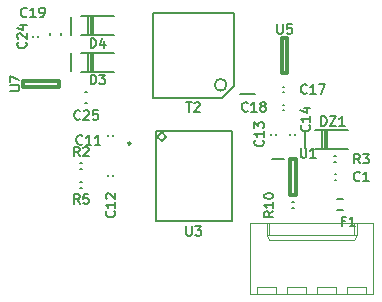
<source format=gbr>
G04 #@! TF.GenerationSoftware,KiCad,Pcbnew,(5.1.0-1152-gc9ccd8a64)*
G04 #@! TF.CreationDate,2019-07-22T10:50:57-04:00*
G04 #@! TF.ProjectId,current_sensor,63757272-656e-4745-9f73-656e736f722e,rev?*
G04 #@! TF.SameCoordinates,Original*
G04 #@! TF.FileFunction,Legend,Top*
G04 #@! TF.FilePolarity,Positive*
%FSLAX46Y46*%
G04 Gerber Fmt 4.6, Leading zero omitted, Abs format (unit mm)*
G04 Created by KiCad (PCBNEW (5.1.0-1152-gc9ccd8a64)) date 2019-07-22 10:50:57*
%MOMM*%
%LPD*%
G04 APERTURE LIST*
%ADD10C,0.120000*%
%ADD11C,0.150000*%
%ADD12C,0.350000*%
G04 APERTURE END LIST*
D10*
X172170000Y-96520000D02*
X172170000Y-90520000D01*
X172170000Y-90520000D02*
X161810000Y-90520000D01*
X161810000Y-90520000D02*
X161810000Y-96520000D01*
X161810000Y-96520000D02*
X172170000Y-96520000D01*
X170800000Y-90520000D02*
X170800000Y-91520000D01*
X170800000Y-91520000D02*
X163180000Y-91520000D01*
X163180000Y-91520000D02*
X163180000Y-90520000D01*
X170800000Y-91520000D02*
X170550000Y-91950000D01*
X170550000Y-91950000D02*
X163430000Y-91950000D01*
X163430000Y-91950000D02*
X163180000Y-91520000D01*
X170550000Y-90520000D02*
X170550000Y-91520000D01*
X163430000Y-90520000D02*
X163430000Y-91520000D01*
X171600000Y-96520000D02*
X171600000Y-95900000D01*
X171600000Y-95900000D02*
X170000000Y-95900000D01*
X170000000Y-95900000D02*
X170000000Y-96520000D01*
X169060000Y-96520000D02*
X169060000Y-95900000D01*
X169060000Y-95900000D02*
X167460000Y-95900000D01*
X167460000Y-95900000D02*
X167460000Y-96520000D01*
X166520000Y-96520000D02*
X166520000Y-95900000D01*
X166520000Y-95900000D02*
X164920000Y-95900000D01*
X164920000Y-95900000D02*
X164920000Y-96520000D01*
X163980000Y-96520000D02*
X163980000Y-95900000D01*
X163980000Y-95900000D02*
X162380000Y-95900000D01*
X162380000Y-95900000D02*
X162380000Y-96520000D01*
D11*
X147500000Y-76100000D02*
X150300000Y-76100000D01*
X148100000Y-76100000D02*
X148100000Y-77700000D01*
X148300000Y-77700000D02*
X148300000Y-76100000D01*
X148500000Y-76100000D02*
X148500000Y-77700000D01*
X150300000Y-77700000D02*
X147500000Y-77700000D01*
X146650000Y-76150000D02*
X146650000Y-77650000D01*
X165471000Y-88754000D02*
X165329000Y-88754000D01*
X165329000Y-88754000D02*
X165471000Y-88754000D01*
X165471000Y-89246000D02*
X165329000Y-89246000D01*
X165329000Y-89246000D02*
X165471000Y-89246000D01*
X169129000Y-89371000D02*
X169671000Y-89371000D01*
X169671000Y-89371000D02*
X169129000Y-89371000D01*
X169129000Y-88429000D02*
X169671000Y-88429000D01*
X169671000Y-88429000D02*
X169129000Y-88429000D01*
X166450000Y-82650000D02*
X166450000Y-84150000D01*
X170100000Y-84200000D02*
X167300000Y-84200000D01*
X168300000Y-82600000D02*
X168300000Y-84200000D01*
X168100000Y-84200000D02*
X168100000Y-82600000D01*
X167900000Y-82600000D02*
X167900000Y-84200000D01*
X167300000Y-82600000D02*
X170100000Y-82600000D01*
X169046000Y-86379000D02*
X168954000Y-86379000D01*
X168954000Y-86379000D02*
X169046000Y-86379000D01*
X169046000Y-86821000D02*
X168954000Y-86821000D01*
X168954000Y-86821000D02*
X169046000Y-86821000D01*
X164650000Y-85100000D02*
X163650000Y-85100000D01*
D12*
X165150000Y-85100000D02*
X165650000Y-85100000D01*
X165650000Y-85100000D02*
X165650000Y-88100000D01*
X165650000Y-88100000D02*
X165150000Y-88100000D01*
X165150000Y-88100000D02*
X165150000Y-85100000D01*
D11*
X159400000Y-79900000D02*
X153600000Y-79900000D01*
X153600000Y-79900000D02*
X153600000Y-72700000D01*
X153600000Y-72700000D02*
X160400000Y-72700000D01*
X160400000Y-72700000D02*
X160400000Y-78900000D01*
X160400000Y-78900000D02*
X159400000Y-79900000D01*
X162200000Y-79600000D02*
X160900000Y-79600000D01*
X160900000Y-79600000D02*
X160900000Y-79600000D01*
X159800000Y-78800000D02*
G75*
G03X159800000Y-78800000I-500000J0D01*
G01*
X163579000Y-82954000D02*
X163579000Y-83046000D01*
X163579000Y-83046000D02*
X163579000Y-82954000D01*
X164021000Y-82954000D02*
X164021000Y-83046000D01*
X164021000Y-83046000D02*
X164021000Y-82954000D01*
X150221000Y-83146000D02*
X150221000Y-83054000D01*
X150221000Y-83054000D02*
X150221000Y-83146000D01*
X149779000Y-83146000D02*
X149779000Y-83054000D01*
X149779000Y-83054000D02*
X149779000Y-83146000D01*
X150221000Y-86546000D02*
X150221000Y-86454000D01*
X150221000Y-86454000D02*
X150221000Y-86546000D01*
X149779000Y-86546000D02*
X149779000Y-86454000D01*
X149779000Y-86454000D02*
X149779000Y-86546000D01*
X143821000Y-74746000D02*
X143821000Y-74654000D01*
X143821000Y-74654000D02*
X143821000Y-74746000D01*
X143379000Y-74746000D02*
X143379000Y-74654000D01*
X143379000Y-74654000D02*
X143379000Y-74746000D01*
X164554000Y-80921000D02*
X164646000Y-80921000D01*
X164646000Y-80921000D02*
X164554000Y-80921000D01*
X164554000Y-80479000D02*
X164646000Y-80479000D01*
X164646000Y-80479000D02*
X164554000Y-80479000D01*
X164646000Y-78979000D02*
X164554000Y-78979000D01*
X164554000Y-78979000D02*
X164646000Y-78979000D01*
X164646000Y-79421000D02*
X164554000Y-79421000D01*
X164554000Y-79421000D02*
X164646000Y-79421000D01*
X165179000Y-82954000D02*
X165179000Y-83046000D01*
X165179000Y-83046000D02*
X165179000Y-82954000D01*
X165621000Y-82954000D02*
X165621000Y-83046000D01*
X165621000Y-83046000D02*
X165621000Y-82954000D01*
X144829000Y-74429000D02*
X144829000Y-74571000D01*
X144829000Y-74571000D02*
X144829000Y-74429000D01*
X145771000Y-74429000D02*
X145771000Y-74571000D01*
X145771000Y-74571000D02*
X145771000Y-74429000D01*
X147829000Y-80371000D02*
X147971000Y-80371000D01*
X147971000Y-80371000D02*
X147829000Y-80371000D01*
X147829000Y-79429000D02*
X147971000Y-79429000D01*
X147971000Y-79429000D02*
X147829000Y-79429000D01*
X168929000Y-85346000D02*
X169071000Y-85346000D01*
X169071000Y-85346000D02*
X168929000Y-85346000D01*
X168929000Y-84854000D02*
X169071000Y-84854000D01*
X169071000Y-84854000D02*
X168929000Y-84854000D01*
X147571000Y-87054000D02*
X147429000Y-87054000D01*
X147429000Y-87054000D02*
X147571000Y-87054000D01*
X147571000Y-87546000D02*
X147429000Y-87546000D01*
X147429000Y-87546000D02*
X147571000Y-87546000D01*
X147571000Y-85454000D02*
X147429000Y-85454000D01*
X147429000Y-85454000D02*
X147571000Y-85454000D01*
X147571000Y-85946000D02*
X147429000Y-85946000D01*
X147429000Y-85946000D02*
X147571000Y-85946000D01*
X160217000Y-82675000D02*
X153783000Y-82675000D01*
X153783000Y-82675000D02*
X153783000Y-90325000D01*
X153783000Y-90325000D02*
X160217000Y-90325000D01*
X160217000Y-90325000D02*
X160217000Y-82675000D01*
X151452000Y-83741000D02*
X151579000Y-83614000D01*
X151579000Y-83614000D02*
X151706000Y-83741000D01*
X151706000Y-83741000D02*
X151579000Y-83868000D01*
X151579000Y-83868000D02*
X151452000Y-83741000D01*
X153910000Y-83183000D02*
X154291000Y-82802000D01*
X154291000Y-82802000D02*
X154672000Y-83183000D01*
X154672000Y-83183000D02*
X154291000Y-83564000D01*
X154291000Y-83564000D02*
X153910000Y-83183000D01*
X146650000Y-73050000D02*
X146650000Y-74550000D01*
X150300000Y-74600000D02*
X147500000Y-74600000D01*
X148500000Y-73000000D02*
X148500000Y-74600000D01*
X148300000Y-74600000D02*
X148300000Y-73000000D01*
X148100000Y-73000000D02*
X148100000Y-74600000D01*
X147500000Y-73000000D02*
X150300000Y-73000000D01*
D12*
X142600000Y-78450000D02*
X145600000Y-78450000D01*
X142600000Y-78950000D02*
X142600000Y-78450000D01*
X145600000Y-78950000D02*
X142600000Y-78950000D01*
X145600000Y-78450000D02*
X145600000Y-78950000D01*
X164450000Y-74800000D02*
X164950000Y-74800000D01*
X164950000Y-74800000D02*
X164950000Y-77800000D01*
X164950000Y-77800000D02*
X164450000Y-77800000D01*
X164450000Y-77800000D02*
X164450000Y-74800000D01*
D11*
X148309523Y-78761904D02*
X148309523Y-77961904D01*
X148500000Y-77961904D01*
X148614285Y-78000000D01*
X148690476Y-78076190D01*
X148728571Y-78152380D01*
X148766666Y-78304761D01*
X148766666Y-78419047D01*
X148728571Y-78571428D01*
X148690476Y-78647619D01*
X148614285Y-78723809D01*
X148500000Y-78761904D01*
X148309523Y-78761904D01*
X149033333Y-77961904D02*
X149528571Y-77961904D01*
X149261904Y-78266666D01*
X149376190Y-78266666D01*
X149452380Y-78304761D01*
X149490476Y-78342857D01*
X149528571Y-78419047D01*
X149528571Y-78609523D01*
X149490476Y-78685714D01*
X149452380Y-78723809D01*
X149376190Y-78761904D01*
X149147619Y-78761904D01*
X149071428Y-78723809D01*
X149033333Y-78685714D01*
X163761904Y-89514285D02*
X163380952Y-89780952D01*
X163761904Y-89971428D02*
X162961904Y-89971428D01*
X162961904Y-89666666D01*
X163000000Y-89590476D01*
X163038095Y-89552380D01*
X163114285Y-89514285D01*
X163228571Y-89514285D01*
X163304761Y-89552380D01*
X163342857Y-89590476D01*
X163380952Y-89666666D01*
X163380952Y-89971428D01*
X163761904Y-88752380D02*
X163761904Y-89209523D01*
X163761904Y-88980952D02*
X162961904Y-88980952D01*
X163076190Y-89057142D01*
X163152380Y-89133333D01*
X163190476Y-89209523D01*
X162961904Y-88257142D02*
X162961904Y-88180952D01*
X163000000Y-88104761D01*
X163038095Y-88066666D01*
X163114285Y-88028571D01*
X163266666Y-87990476D01*
X163457142Y-87990476D01*
X163609523Y-88028571D01*
X163685714Y-88066666D01*
X163723809Y-88104761D01*
X163761904Y-88180952D01*
X163761904Y-88257142D01*
X163723809Y-88333333D01*
X163685714Y-88371428D01*
X163609523Y-88409523D01*
X163457142Y-88447619D01*
X163266666Y-88447619D01*
X163114285Y-88409523D01*
X163038095Y-88371428D01*
X163000000Y-88333333D01*
X162961904Y-88257142D01*
X169833333Y-90342857D02*
X169566666Y-90342857D01*
X169566666Y-90761904D02*
X169566666Y-89961904D01*
X169947619Y-89961904D01*
X170671428Y-90761904D02*
X170214285Y-90761904D01*
X170442857Y-90761904D02*
X170442857Y-89961904D01*
X170366666Y-90076190D01*
X170290476Y-90152380D01*
X170214285Y-90190476D01*
X167828571Y-82261904D02*
X167828571Y-81461904D01*
X168019047Y-81461904D01*
X168133333Y-81500000D01*
X168209523Y-81576190D01*
X168247619Y-81652380D01*
X168285714Y-81804761D01*
X168285714Y-81919047D01*
X168247619Y-82071428D01*
X168209523Y-82147619D01*
X168133333Y-82223809D01*
X168019047Y-82261904D01*
X167828571Y-82261904D01*
X168552380Y-81461904D02*
X169085714Y-81461904D01*
X168552380Y-82261904D01*
X169085714Y-82261904D01*
X169809523Y-82261904D02*
X169352380Y-82261904D01*
X169580952Y-82261904D02*
X169580952Y-81461904D01*
X169504761Y-81576190D01*
X169428571Y-81652380D01*
X169352380Y-81690476D01*
X171066666Y-86885714D02*
X171028571Y-86923809D01*
X170914285Y-86961904D01*
X170838095Y-86961904D01*
X170723809Y-86923809D01*
X170647619Y-86847619D01*
X170609523Y-86771428D01*
X170571428Y-86619047D01*
X170571428Y-86504761D01*
X170609523Y-86352380D01*
X170647619Y-86276190D01*
X170723809Y-86200000D01*
X170838095Y-86161904D01*
X170914285Y-86161904D01*
X171028571Y-86200000D01*
X171066666Y-86238095D01*
X171828571Y-86961904D02*
X171371428Y-86961904D01*
X171600000Y-86961904D02*
X171600000Y-86161904D01*
X171523809Y-86276190D01*
X171447619Y-86352380D01*
X171371428Y-86390476D01*
X166090476Y-84161904D02*
X166090476Y-84809523D01*
X166128571Y-84885714D01*
X166166666Y-84923809D01*
X166242857Y-84961904D01*
X166395238Y-84961904D01*
X166471428Y-84923809D01*
X166509523Y-84885714D01*
X166547619Y-84809523D01*
X166547619Y-84161904D01*
X167347619Y-84961904D02*
X166890476Y-84961904D01*
X167119047Y-84961904D02*
X167119047Y-84161904D01*
X167042857Y-84276190D01*
X166966666Y-84352380D01*
X166890476Y-84390476D01*
X156390476Y-80261904D02*
X156847619Y-80261904D01*
X156619047Y-81061904D02*
X156619047Y-80261904D01*
X157076190Y-80338095D02*
X157114285Y-80300000D01*
X157190476Y-80261904D01*
X157380952Y-80261904D01*
X157457142Y-80300000D01*
X157495238Y-80338095D01*
X157533333Y-80414285D01*
X157533333Y-80490476D01*
X157495238Y-80604761D01*
X157038095Y-81061904D01*
X157533333Y-81061904D01*
X162885714Y-83514285D02*
X162923809Y-83552380D01*
X162961904Y-83666666D01*
X162961904Y-83742857D01*
X162923809Y-83857142D01*
X162847619Y-83933333D01*
X162771428Y-83971428D01*
X162619047Y-84009523D01*
X162504761Y-84009523D01*
X162352380Y-83971428D01*
X162276190Y-83933333D01*
X162200000Y-83857142D01*
X162161904Y-83742857D01*
X162161904Y-83666666D01*
X162200000Y-83552380D01*
X162238095Y-83514285D01*
X162961904Y-82752380D02*
X162961904Y-83209523D01*
X162961904Y-82980952D02*
X162161904Y-82980952D01*
X162276190Y-83057142D01*
X162352380Y-83133333D01*
X162390476Y-83209523D01*
X162161904Y-82485714D02*
X162161904Y-81990476D01*
X162466666Y-82257142D01*
X162466666Y-82142857D01*
X162504761Y-82066666D01*
X162542857Y-82028571D01*
X162619047Y-81990476D01*
X162809523Y-81990476D01*
X162885714Y-82028571D01*
X162923809Y-82066666D01*
X162961904Y-82142857D01*
X162961904Y-82371428D01*
X162923809Y-82447619D01*
X162885714Y-82485714D01*
X147585714Y-83785714D02*
X147547619Y-83823809D01*
X147433333Y-83861904D01*
X147357142Y-83861904D01*
X147242857Y-83823809D01*
X147166666Y-83747619D01*
X147128571Y-83671428D01*
X147090476Y-83519047D01*
X147090476Y-83404761D01*
X147128571Y-83252380D01*
X147166666Y-83176190D01*
X147242857Y-83100000D01*
X147357142Y-83061904D01*
X147433333Y-83061904D01*
X147547619Y-83100000D01*
X147585714Y-83138095D01*
X148347619Y-83861904D02*
X147890476Y-83861904D01*
X148119047Y-83861904D02*
X148119047Y-83061904D01*
X148042857Y-83176190D01*
X147966666Y-83252380D01*
X147890476Y-83290476D01*
X149109523Y-83861904D02*
X148652380Y-83861904D01*
X148880952Y-83861904D02*
X148880952Y-83061904D01*
X148804761Y-83176190D01*
X148728571Y-83252380D01*
X148652380Y-83290476D01*
X150285714Y-89514285D02*
X150323809Y-89552380D01*
X150361904Y-89666666D01*
X150361904Y-89742857D01*
X150323809Y-89857142D01*
X150247619Y-89933333D01*
X150171428Y-89971428D01*
X150019047Y-90009523D01*
X149904761Y-90009523D01*
X149752380Y-89971428D01*
X149676190Y-89933333D01*
X149600000Y-89857142D01*
X149561904Y-89742857D01*
X149561904Y-89666666D01*
X149600000Y-89552380D01*
X149638095Y-89514285D01*
X150361904Y-88752380D02*
X150361904Y-89209523D01*
X150361904Y-88980952D02*
X149561904Y-88980952D01*
X149676190Y-89057142D01*
X149752380Y-89133333D01*
X149790476Y-89209523D01*
X149638095Y-88447619D02*
X149600000Y-88409523D01*
X149561904Y-88333333D01*
X149561904Y-88142857D01*
X149600000Y-88066666D01*
X149638095Y-88028571D01*
X149714285Y-87990476D01*
X149790476Y-87990476D01*
X149904761Y-88028571D01*
X150361904Y-88485714D01*
X150361904Y-87990476D01*
X142785714Y-75214285D02*
X142823809Y-75252380D01*
X142861904Y-75366666D01*
X142861904Y-75442857D01*
X142823809Y-75557142D01*
X142747619Y-75633333D01*
X142671428Y-75671428D01*
X142519047Y-75709523D01*
X142404761Y-75709523D01*
X142252380Y-75671428D01*
X142176190Y-75633333D01*
X142100000Y-75557142D01*
X142061904Y-75442857D01*
X142061904Y-75366666D01*
X142100000Y-75252380D01*
X142138095Y-75214285D01*
X142138095Y-74909523D02*
X142100000Y-74871428D01*
X142061904Y-74795238D01*
X142061904Y-74604761D01*
X142100000Y-74528571D01*
X142138095Y-74490476D01*
X142214285Y-74452380D01*
X142290476Y-74452380D01*
X142404761Y-74490476D01*
X142861904Y-74947619D01*
X142861904Y-74452380D01*
X142328571Y-73766666D02*
X142861904Y-73766666D01*
X142023809Y-73957142D02*
X142595238Y-74147619D01*
X142595238Y-73652380D01*
X161585714Y-80985714D02*
X161547619Y-81023809D01*
X161433333Y-81061904D01*
X161357142Y-81061904D01*
X161242857Y-81023809D01*
X161166666Y-80947619D01*
X161128571Y-80871428D01*
X161090476Y-80719047D01*
X161090476Y-80604761D01*
X161128571Y-80452380D01*
X161166666Y-80376190D01*
X161242857Y-80300000D01*
X161357142Y-80261904D01*
X161433333Y-80261904D01*
X161547619Y-80300000D01*
X161585714Y-80338095D01*
X162347619Y-81061904D02*
X161890476Y-81061904D01*
X162119047Y-81061904D02*
X162119047Y-80261904D01*
X162042857Y-80376190D01*
X161966666Y-80452380D01*
X161890476Y-80490476D01*
X162804761Y-80604761D02*
X162728571Y-80566666D01*
X162690476Y-80528571D01*
X162652380Y-80452380D01*
X162652380Y-80414285D01*
X162690476Y-80338095D01*
X162728571Y-80300000D01*
X162804761Y-80261904D01*
X162957142Y-80261904D01*
X163033333Y-80300000D01*
X163071428Y-80338095D01*
X163109523Y-80414285D01*
X163109523Y-80452380D01*
X163071428Y-80528571D01*
X163033333Y-80566666D01*
X162957142Y-80604761D01*
X162804761Y-80604761D01*
X162728571Y-80642857D01*
X162690476Y-80680952D01*
X162652380Y-80757142D01*
X162652380Y-80909523D01*
X162690476Y-80985714D01*
X162728571Y-81023809D01*
X162804761Y-81061904D01*
X162957142Y-81061904D01*
X163033333Y-81023809D01*
X163071428Y-80985714D01*
X163109523Y-80909523D01*
X163109523Y-80757142D01*
X163071428Y-80680952D01*
X163033333Y-80642857D01*
X162957142Y-80604761D01*
X166585714Y-79485714D02*
X166547619Y-79523809D01*
X166433333Y-79561904D01*
X166357142Y-79561904D01*
X166242857Y-79523809D01*
X166166666Y-79447619D01*
X166128571Y-79371428D01*
X166090476Y-79219047D01*
X166090476Y-79104761D01*
X166128571Y-78952380D01*
X166166666Y-78876190D01*
X166242857Y-78800000D01*
X166357142Y-78761904D01*
X166433333Y-78761904D01*
X166547619Y-78800000D01*
X166585714Y-78838095D01*
X167347619Y-79561904D02*
X166890476Y-79561904D01*
X167119047Y-79561904D02*
X167119047Y-78761904D01*
X167042857Y-78876190D01*
X166966666Y-78952380D01*
X166890476Y-78990476D01*
X167614285Y-78761904D02*
X168147619Y-78761904D01*
X167804761Y-79561904D01*
X166785714Y-82214285D02*
X166823809Y-82252380D01*
X166861904Y-82366666D01*
X166861904Y-82442857D01*
X166823809Y-82557142D01*
X166747619Y-82633333D01*
X166671428Y-82671428D01*
X166519047Y-82709523D01*
X166404761Y-82709523D01*
X166252380Y-82671428D01*
X166176190Y-82633333D01*
X166100000Y-82557142D01*
X166061904Y-82442857D01*
X166061904Y-82366666D01*
X166100000Y-82252380D01*
X166138095Y-82214285D01*
X166861904Y-81452380D02*
X166861904Y-81909523D01*
X166861904Y-81680952D02*
X166061904Y-81680952D01*
X166176190Y-81757142D01*
X166252380Y-81833333D01*
X166290476Y-81909523D01*
X166328571Y-80766666D02*
X166861904Y-80766666D01*
X166023809Y-80957142D02*
X166595238Y-81147619D01*
X166595238Y-80652380D01*
X142885714Y-72985714D02*
X142847619Y-73023809D01*
X142733333Y-73061904D01*
X142657142Y-73061904D01*
X142542857Y-73023809D01*
X142466666Y-72947619D01*
X142428571Y-72871428D01*
X142390476Y-72719047D01*
X142390476Y-72604761D01*
X142428571Y-72452380D01*
X142466666Y-72376190D01*
X142542857Y-72300000D01*
X142657142Y-72261904D01*
X142733333Y-72261904D01*
X142847619Y-72300000D01*
X142885714Y-72338095D01*
X143647619Y-73061904D02*
X143190476Y-73061904D01*
X143419047Y-73061904D02*
X143419047Y-72261904D01*
X143342857Y-72376190D01*
X143266666Y-72452380D01*
X143190476Y-72490476D01*
X144028571Y-73061904D02*
X144180952Y-73061904D01*
X144257142Y-73023809D01*
X144295238Y-72985714D01*
X144371428Y-72871428D01*
X144409523Y-72719047D01*
X144409523Y-72414285D01*
X144371428Y-72338095D01*
X144333333Y-72300000D01*
X144257142Y-72261904D01*
X144104761Y-72261904D01*
X144028571Y-72300000D01*
X143990476Y-72338095D01*
X143952380Y-72414285D01*
X143952380Y-72604761D01*
X143990476Y-72680952D01*
X144028571Y-72719047D01*
X144104761Y-72757142D01*
X144257142Y-72757142D01*
X144333333Y-72719047D01*
X144371428Y-72680952D01*
X144409523Y-72604761D01*
X147385714Y-81685714D02*
X147347619Y-81723809D01*
X147233333Y-81761904D01*
X147157142Y-81761904D01*
X147042857Y-81723809D01*
X146966666Y-81647619D01*
X146928571Y-81571428D01*
X146890476Y-81419047D01*
X146890476Y-81304761D01*
X146928571Y-81152380D01*
X146966666Y-81076190D01*
X147042857Y-81000000D01*
X147157142Y-80961904D01*
X147233333Y-80961904D01*
X147347619Y-81000000D01*
X147385714Y-81038095D01*
X147690476Y-81038095D02*
X147728571Y-81000000D01*
X147804761Y-80961904D01*
X147995238Y-80961904D01*
X148071428Y-81000000D01*
X148109523Y-81038095D01*
X148147619Y-81114285D01*
X148147619Y-81190476D01*
X148109523Y-81304761D01*
X147652380Y-81761904D01*
X148147619Y-81761904D01*
X148871428Y-80961904D02*
X148490476Y-80961904D01*
X148452380Y-81342857D01*
X148490476Y-81304761D01*
X148566666Y-81266666D01*
X148757142Y-81266666D01*
X148833333Y-81304761D01*
X148871428Y-81342857D01*
X148909523Y-81419047D01*
X148909523Y-81609523D01*
X148871428Y-81685714D01*
X148833333Y-81723809D01*
X148757142Y-81761904D01*
X148566666Y-81761904D01*
X148490476Y-81723809D01*
X148452380Y-81685714D01*
X171066666Y-85461904D02*
X170800000Y-85080952D01*
X170609523Y-85461904D02*
X170609523Y-84661904D01*
X170914285Y-84661904D01*
X170990476Y-84700000D01*
X171028571Y-84738095D01*
X171066666Y-84814285D01*
X171066666Y-84928571D01*
X171028571Y-85004761D01*
X170990476Y-85042857D01*
X170914285Y-85080952D01*
X170609523Y-85080952D01*
X171333333Y-84661904D02*
X171828571Y-84661904D01*
X171561904Y-84966666D01*
X171676190Y-84966666D01*
X171752380Y-85004761D01*
X171790476Y-85042857D01*
X171828571Y-85119047D01*
X171828571Y-85309523D01*
X171790476Y-85385714D01*
X171752380Y-85423809D01*
X171676190Y-85461904D01*
X171447619Y-85461904D01*
X171371428Y-85423809D01*
X171333333Y-85385714D01*
X147366666Y-88861904D02*
X147100000Y-88480952D01*
X146909523Y-88861904D02*
X146909523Y-88061904D01*
X147214285Y-88061904D01*
X147290476Y-88100000D01*
X147328571Y-88138095D01*
X147366666Y-88214285D01*
X147366666Y-88328571D01*
X147328571Y-88404761D01*
X147290476Y-88442857D01*
X147214285Y-88480952D01*
X146909523Y-88480952D01*
X148090476Y-88061904D02*
X147709523Y-88061904D01*
X147671428Y-88442857D01*
X147709523Y-88404761D01*
X147785714Y-88366666D01*
X147976190Y-88366666D01*
X148052380Y-88404761D01*
X148090476Y-88442857D01*
X148128571Y-88519047D01*
X148128571Y-88709523D01*
X148090476Y-88785714D01*
X148052380Y-88823809D01*
X147976190Y-88861904D01*
X147785714Y-88861904D01*
X147709523Y-88823809D01*
X147671428Y-88785714D01*
X147366666Y-84861904D02*
X147100000Y-84480952D01*
X146909523Y-84861904D02*
X146909523Y-84061904D01*
X147214285Y-84061904D01*
X147290476Y-84100000D01*
X147328571Y-84138095D01*
X147366666Y-84214285D01*
X147366666Y-84328571D01*
X147328571Y-84404761D01*
X147290476Y-84442857D01*
X147214285Y-84480952D01*
X146909523Y-84480952D01*
X147671428Y-84138095D02*
X147709523Y-84100000D01*
X147785714Y-84061904D01*
X147976190Y-84061904D01*
X148052380Y-84100000D01*
X148090476Y-84138095D01*
X148128571Y-84214285D01*
X148128571Y-84290476D01*
X148090476Y-84404761D01*
X147633333Y-84861904D01*
X148128571Y-84861904D01*
X156390476Y-90761904D02*
X156390476Y-91409523D01*
X156428571Y-91485714D01*
X156466666Y-91523809D01*
X156542857Y-91561904D01*
X156695238Y-91561904D01*
X156771428Y-91523809D01*
X156809523Y-91485714D01*
X156847619Y-91409523D01*
X156847619Y-90761904D01*
X157152380Y-90761904D02*
X157647619Y-90761904D01*
X157380952Y-91066666D01*
X157495238Y-91066666D01*
X157571428Y-91104761D01*
X157609523Y-91142857D01*
X157647619Y-91219047D01*
X157647619Y-91409523D01*
X157609523Y-91485714D01*
X157571428Y-91523809D01*
X157495238Y-91561904D01*
X157266666Y-91561904D01*
X157190476Y-91523809D01*
X157152380Y-91485714D01*
X148309523Y-75661904D02*
X148309523Y-74861904D01*
X148500000Y-74861904D01*
X148614285Y-74900000D01*
X148690476Y-74976190D01*
X148728571Y-75052380D01*
X148766666Y-75204761D01*
X148766666Y-75319047D01*
X148728571Y-75471428D01*
X148690476Y-75547619D01*
X148614285Y-75623809D01*
X148500000Y-75661904D01*
X148309523Y-75661904D01*
X149452380Y-75128571D02*
X149452380Y-75661904D01*
X149261904Y-74823809D02*
X149071428Y-75395238D01*
X149566666Y-75395238D01*
X141461904Y-79309523D02*
X142109523Y-79309523D01*
X142185714Y-79271428D01*
X142223809Y-79233333D01*
X142261904Y-79157142D01*
X142261904Y-79004761D01*
X142223809Y-78928571D01*
X142185714Y-78890476D01*
X142109523Y-78852380D01*
X141461904Y-78852380D01*
X141461904Y-78547619D02*
X141461904Y-78014285D01*
X142261904Y-78357142D01*
X164090476Y-73661904D02*
X164090476Y-74309523D01*
X164128571Y-74385714D01*
X164166666Y-74423809D01*
X164242857Y-74461904D01*
X164395238Y-74461904D01*
X164471428Y-74423809D01*
X164509523Y-74385714D01*
X164547619Y-74309523D01*
X164547619Y-73661904D01*
X165309523Y-73661904D02*
X164928571Y-73661904D01*
X164890476Y-74042857D01*
X164928571Y-74004761D01*
X165004761Y-73966666D01*
X165195238Y-73966666D01*
X165271428Y-74004761D01*
X165309523Y-74042857D01*
X165347619Y-74119047D01*
X165347619Y-74309523D01*
X165309523Y-74385714D01*
X165271428Y-74423809D01*
X165195238Y-74461904D01*
X165004761Y-74461904D01*
X164928571Y-74423809D01*
X164890476Y-74385714D01*
M02*

</source>
